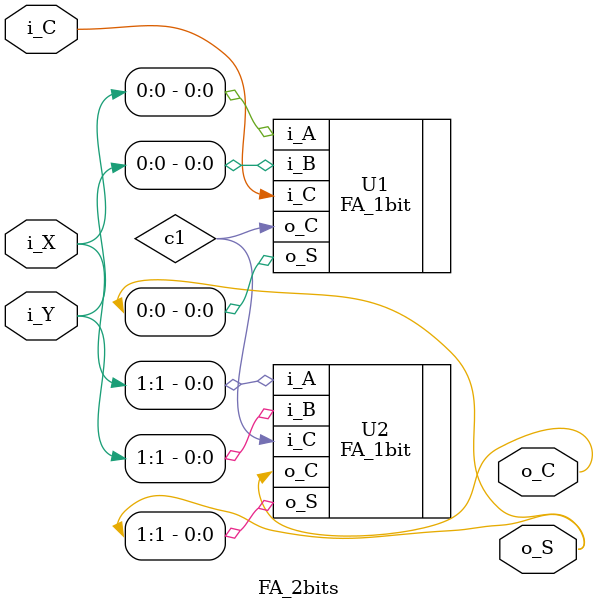
<source format=v>
module FA_2bits(
    input i_C,
    input [1:0] i_X,
    input [1:0] i_Y,
    output o_C,
    output [1:0] o_S
);
wire c1;
FA_1bit U1(
    .i_A(i_X[0]),
    .i_B(i_Y[0]),
    .i_C(i_C),
    .o_S(o_S[0]),
    .o_C(c1)
);

FA_1bit U2(
    .i_A(i_X[1]),
    .i_B(i_Y[1]),
    .i_C(c1),
    .o_S(o_S[1]),
    .o_C(o_C)
);

endmodule
</source>
